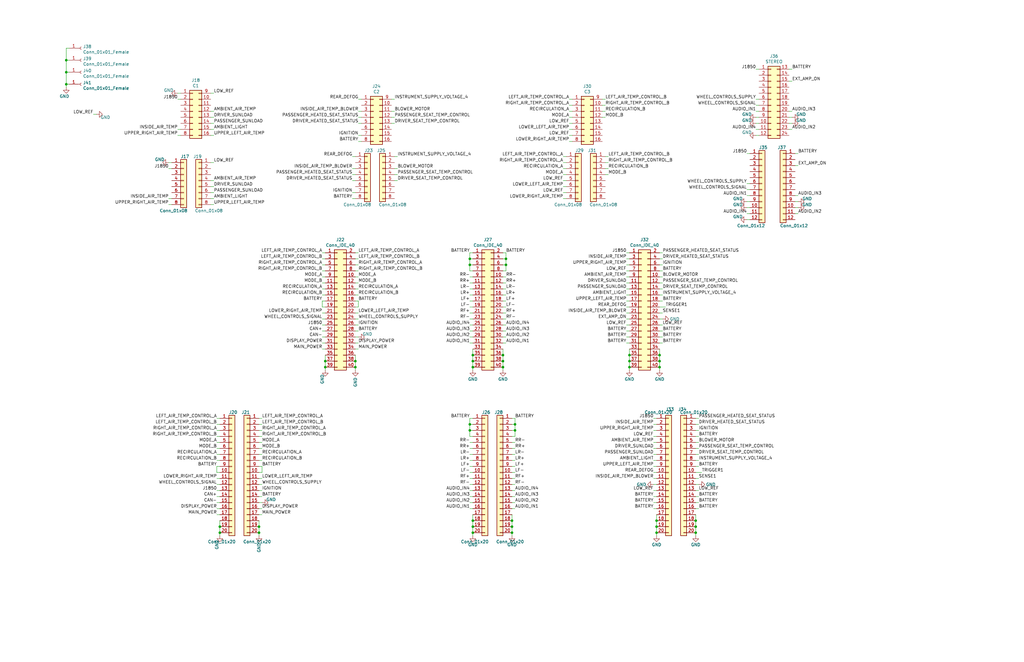
<source format=kicad_sch>
(kicad_sch (version 20211123) (generator eeschema)
  (paper "B")
  (junction (at 92.71 222.25))
  (junction (at 217.17 181.61))
  (junction (at 278.13 154.94))
  (junction (at 276.86 224.79))
  (junction (at 212.09 152.4))
  (junction (at 199.39 154.94))
  (junction (at 265.43 154.94))
  (junction (at 27.94 35.56))
  (junction (at 213.36 109.22))
  (junction (at 217.17 179.07))
  (junction (at 198.12 179.07))
  (junction (at 27.94 25.4))
  (junction (at 198.12 181.61))
  (junction (at 199.39 222.25))
  (junction (at 293.37 224.79))
  (junction (at 199.39 219.71))
  (junction (at 27.94 30.48))
  (junction (at 293.37 222.25))
  (junction (at 92.71 224.79))
  (junction (at 276.86 219.71))
  (junction (at 199.39 152.4))
  (junction (at 199.39 149.86))
  (junction (at 265.43 149.86))
  (junction (at 278.13 149.86))
  (junction (at 215.9 222.25))
  (junction (at 199.39 224.79))
  (junction (at 109.22 224.79))
  (junction (at 149.86 152.4))
  (junction (at 215.9 219.71))
  (junction (at 293.37 219.71))
  (junction (at 109.22 222.25))
  (junction (at 215.9 224.79))
  (junction (at 265.43 152.4))
  (junction (at 212.09 154.94))
  (junction (at 276.86 222.25))
  (junction (at 149.86 154.94))
  (junction (at 198.12 111.76))
  (junction (at 278.13 152.4))
  (junction (at 137.16 152.4))
  (junction (at 137.16 154.94))
  (junction (at 212.09 149.86))
  (junction (at 213.36 111.76))
  (junction (at 198.12 109.22))
  (wire (pts (xy 336.55 69.85) (xy 335.28 69.85)))
  (wire (pts (xy 217.17 201.93) (xy 215.9 201.93)))
  (wire (pts (xy 320.04 57.15) (xy 318.77 57.15)))
  (wire (pts (xy 110.49 199.39) (xy 109.22 199.39)))
  (wire (pts (xy 213.36 111.76) (xy 213.36 109.22)))
  (wire (pts (xy 213.36 119.38) (xy 212.09 119.38)))
  (wire (pts (xy 198.12 186.69) (xy 199.39 186.69)))
  (wire (pts (xy 320.04 49.53) (xy 318.77 49.53)))
  (wire (pts (xy 90.17 86.36) (xy 88.9 86.36)))
  (wire (pts (xy 264.16 134.62) (xy 265.43 134.62)))
  (wire (pts (xy 198.12 142.24) (xy 199.39 142.24)))
  (wire (pts (xy 109.22 189.23) (xy 110.49 189.23)))
  (wire (pts (xy 212.09 149.86) (xy 212.09 152.4)))
  (wire (pts (xy 166.37 41.91) (xy 165.1 41.91)))
  (wire (pts (xy 275.59 186.69) (xy 276.86 186.69)))
  (wire (pts (xy 199.39 154.94) (xy 199.39 156.21)))
  (wire (pts (xy 264.16 106.68) (xy 265.43 106.68)))
  (wire (pts (xy 71.12 71.12) (xy 72.39 71.12)))
  (wire (pts (xy 198.12 116.84) (xy 199.39 116.84)))
  (wire (pts (xy 149.86 154.94) (xy 149.86 156.21)))
  (wire (pts (xy 217.17 186.69) (xy 215.9 186.69)))
  (wire (pts (xy 110.49 181.61) (xy 109.22 181.61)))
  (wire (pts (xy 199.39 147.32) (xy 199.39 149.86)))
  (wire (pts (xy 135.89 144.78) (xy 137.16 144.78)))
  (wire (pts (xy 264.16 129.54) (xy 265.43 129.54)))
  (wire (pts (xy 275.59 207.01) (xy 276.86 207.01)))
  (wire (pts (xy 152.4 57.15) (xy 151.13 57.15)))
  (wire (pts (xy 279.4 124.46) (xy 278.13 124.46)))
  (wire (pts (xy 198.12 201.93) (xy 199.39 201.93)))
  (wire (pts (xy 91.44 199.39) (xy 91.44 196.85)))
  (wire (pts (xy 275.59 212.09) (xy 276.86 212.09)))
  (wire (pts (xy 336.55 90.17) (xy 335.28 90.17)))
  (wire (pts (xy 293.37 224.79) (xy 293.37 226.06)))
  (wire (pts (xy 90.17 46.99) (xy 88.9 46.99)))
  (wire (pts (xy 334.01 29.21) (xy 332.74 29.21)))
  (wire (pts (xy 217.17 184.15) (xy 217.17 181.61)))
  (wire (pts (xy 198.12 189.23) (xy 199.39 189.23)))
  (wire (pts (xy 135.89 134.62) (xy 137.16 134.62)))
  (wire (pts (xy 110.49 186.69) (xy 109.22 186.69)))
  (wire (pts (xy 198.12 111.76) (xy 198.12 109.22)))
  (wire (pts (xy 151.13 116.84) (xy 149.86 116.84)))
  (wire (pts (xy 151.13 127) (xy 149.86 127)))
  (wire (pts (xy 137.16 149.86) (xy 137.16 152.4)))
  (wire (pts (xy 198.12 181.61) (xy 198.12 179.07)))
  (wire (pts (xy 213.36 109.22) (xy 213.36 106.68)))
  (wire (pts (xy 110.49 191.77) (xy 109.22 191.77)))
  (wire (pts (xy 293.37 217.17) (xy 293.37 219.71)))
  (wire (pts (xy 212.09 152.4) (xy 212.09 154.94)))
  (wire (pts (xy 149.86 114.3) (xy 151.13 114.3)))
  (wire (pts (xy 237.49 66.04) (xy 238.76 66.04)))
  (wire (pts (xy 237.49 71.12) (xy 238.76 71.12)))
  (wire (pts (xy 264.16 121.92) (xy 265.43 121.92)))
  (wire (pts (xy 279.4 139.7) (xy 278.13 139.7)))
  (wire (pts (xy 237.49 81.28) (xy 238.76 81.28)))
  (wire (pts (xy 151.13 49.53) (xy 152.4 49.53)))
  (wire (pts (xy 148.59 83.82) (xy 149.86 83.82)))
  (wire (pts (xy 336.55 82.55) (xy 335.28 82.55)))
  (wire (pts (xy 137.16 154.94) (xy 137.16 156.21)))
  (wire (pts (xy 318.77 54.61) (xy 320.04 54.61)))
  (wire (pts (xy 275.59 214.63) (xy 276.86 214.63)))
  (wire (pts (xy 71.12 83.82) (xy 72.39 83.82)))
  (wire (pts (xy 294.64 204.47) (xy 293.37 204.47)))
  (wire (pts (xy 198.12 137.16) (xy 199.39 137.16)))
  (wire (pts (xy 137.16 139.7) (xy 135.89 139.7)))
  (wire (pts (xy 217.17 189.23) (xy 215.9 189.23)))
  (wire (pts (xy 279.4 109.22) (xy 278.13 109.22)))
  (wire (pts (xy 135.89 121.92) (xy 137.16 121.92)))
  (wire (pts (xy 151.13 111.76) (xy 149.86 111.76)))
  (wire (pts (xy 110.49 214.63) (xy 109.22 214.63)))
  (wire (pts (xy 151.13 46.99) (xy 152.4 46.99)))
  (wire (pts (xy 217.17 204.47) (xy 215.9 204.47)))
  (wire (pts (xy 240.03 49.53) (xy 241.3 49.53)))
  (wire (pts (xy 294.64 201.93) (xy 293.37 201.93)))
  (wire (pts (xy 198.12 212.09) (xy 199.39 212.09)))
  (wire (pts (xy 135.89 116.84) (xy 137.16 116.84)))
  (wire (pts (xy 334.01 34.29) (xy 332.74 34.29)))
  (wire (pts (xy 215.9 224.79) (xy 215.9 226.06)))
  (wire (pts (xy 91.44 196.85) (xy 92.71 196.85)))
  (wire (pts (xy 109.22 209.55) (xy 110.49 209.55)))
  (wire (pts (xy 90.17 49.53) (xy 88.9 49.53)))
  (wire (pts (xy 109.22 184.15) (xy 110.49 184.15)))
  (wire (pts (xy 199.39 224.79) (xy 199.39 226.06)))
  (wire (pts (xy 167.64 71.12) (xy 166.37 71.12)))
  (wire (pts (xy 217.17 212.09) (xy 215.9 212.09)))
  (wire (pts (xy 276.86 222.25) (xy 276.86 224.79)))
  (wire (pts (xy 149.86 149.86) (xy 149.86 152.4)))
  (wire (pts (xy 71.12 68.58) (xy 72.39 68.58)))
  (wire (pts (xy 264.16 119.38) (xy 265.43 119.38)))
  (wire (pts (xy 237.49 68.58) (xy 238.76 68.58)))
  (wire (pts (xy 276.86 217.17) (xy 276.86 219.71)))
  (wire (pts (xy 278.13 111.76) (xy 279.4 111.76)))
  (wire (pts (xy 151.13 132.08) (xy 149.86 132.08)))
  (wire (pts (xy 198.12 179.07) (xy 199.39 179.07)))
  (wire (pts (xy 217.17 214.63) (xy 215.9 214.63)))
  (wire (pts (xy 151.13 59.69) (xy 152.4 59.69)))
  (wire (pts (xy 92.71 189.23) (xy 91.44 189.23)))
  (wire (pts (xy 217.17 179.07) (xy 215.9 179.07)))
  (wire (pts (xy 264.16 111.76) (xy 265.43 111.76)))
  (wire (pts (xy 241.3 59.69) (xy 240.03 59.69)))
  (wire (pts (xy 212.09 111.76) (xy 213.36 111.76)))
  (wire (pts (xy 294.64 176.53) (xy 293.37 176.53)))
  (wire (pts (xy 149.86 152.4) (xy 149.86 154.94)))
  (wire (pts (xy 240.03 41.91) (xy 241.3 41.91)))
  (wire (pts (xy 166.37 49.53) (xy 165.1 49.53)))
  (wire (pts (xy 264.16 127) (xy 265.43 127)))
  (wire (pts (xy 148.59 71.12) (xy 149.86 71.12)))
  (wire (pts (xy 90.17 68.58) (xy 88.9 68.58)))
  (wire (pts (xy 217.17 191.77) (xy 215.9 191.77)))
  (wire (pts (xy 91.44 186.69) (xy 92.71 186.69)))
  (wire (pts (xy 91.44 207.01) (xy 92.71 207.01)))
  (wire (pts (xy 264.16 132.08) (xy 265.43 132.08)))
  (wire (pts (xy 135.89 129.54) (xy 137.16 129.54)))
  (wire (pts (xy 217.17 207.01) (xy 215.9 207.01)))
  (wire (pts (xy 167.64 76.2) (xy 166.37 76.2)))
  (wire (pts (xy 264.16 114.3) (xy 265.43 114.3)))
  (wire (pts (xy 264.16 142.24) (xy 265.43 142.24)))
  (wire (pts (xy 213.36 139.7) (xy 212.09 139.7)))
  (wire (pts (xy 151.13 137.16) (xy 149.86 137.16)))
  (wire (pts (xy 135.89 111.76) (xy 137.16 111.76)))
  (wire (pts (xy 92.71 224.79) (xy 92.71 226.06)))
  (wire (pts (xy 294.64 191.77) (xy 293.37 191.77)))
  (wire (pts (xy 254 49.53) (xy 255.27 49.53)))
  (wire (pts (xy 265.43 147.32) (xy 265.43 149.86)))
  (wire (pts (xy 237.49 76.2) (xy 238.76 76.2)))
  (wire (pts (xy 294.64 179.07) (xy 293.37 179.07)))
  (wire (pts (xy 198.12 207.01) (xy 199.39 207.01)))
  (wire (pts (xy 92.71 219.71) (xy 92.71 222.25)))
  (wire (pts (xy 294.64 214.63) (xy 293.37 214.63)))
  (wire (pts (xy 217.17 196.85) (xy 215.9 196.85)))
  (wire (pts (xy 149.86 139.7) (xy 151.13 139.7)))
  (wire (pts (xy 217.17 199.39) (xy 215.9 199.39)))
  (wire (pts (xy 137.16 132.08) (xy 135.89 132.08)))
  (wire (pts (xy 91.44 217.17) (xy 92.71 217.17)))
  (wire (pts (xy 148.59 76.2) (xy 149.86 76.2)))
  (wire (pts (xy 199.39 222.25) (xy 199.39 224.79)))
  (wire (pts (xy 199.39 111.76) (xy 198.12 111.76)))
  (wire (pts (xy 149.86 81.28) (xy 148.59 81.28)))
  (wire (pts (xy 137.16 124.46) (xy 135.89 124.46)))
  (wire (pts (xy 293.37 181.61) (xy 294.64 181.61)))
  (wire (pts (xy 110.49 212.09) (xy 109.22 212.09)))
  (wire (pts (xy 199.39 152.4) (xy 199.39 154.94)))
  (wire (pts (xy 198.12 114.3) (xy 199.39 114.3)))
  (wire (pts (xy 109.22 194.31) (xy 110.49 194.31)))
  (wire (pts (xy 198.12 124.46) (xy 199.39 124.46)))
  (wire (pts (xy 335.28 87.63) (xy 336.55 87.63)))
  (wire (pts (xy 151.13 106.68) (xy 149.86 106.68)))
  (wire (pts (xy 198.12 127) (xy 199.39 127)))
  (wire (pts (xy 27.94 30.48) (xy 27.94 35.56)))
  (wire (pts (xy 320.04 52.07) (xy 318.77 52.07)))
  (wire (pts (xy 264.16 139.7) (xy 265.43 139.7)))
  (wire (pts (xy 92.71 194.31) (xy 91.44 194.31)))
  (wire (pts (xy 213.36 144.78) (xy 212.09 144.78)))
  (wire (pts (xy 151.13 129.54) (xy 151.13 127)))
  (wire (pts (xy 91.44 191.77) (xy 92.71 191.77)))
  (wire (pts (xy 29.21 30.48) (xy 27.94 30.48)))
  (wire (pts (xy 199.39 181.61) (xy 198.12 181.61)))
  (wire (pts (xy 110.49 201.93) (xy 109.22 201.93)))
  (wire (pts (xy 279.4 137.16) (xy 278.13 137.16)))
  (wire (pts (xy 314.96 90.17) (xy 316.23 90.17)))
  (wire (pts (xy 215.9 219.71) (xy 215.9 222.25)))
  (wire (pts (xy 212.09 114.3) (xy 213.36 114.3)))
  (wire (pts (xy 167.64 73.66) (xy 166.37 73.66)))
  (wire (pts (xy 238.76 83.82) (xy 237.49 83.82)))
  (wire (pts (xy 316.23 87.63) (xy 314.96 87.63)))
  (wire (pts (xy 91.44 176.53) (xy 92.71 176.53)))
  (wire (pts (xy 213.36 129.54) (xy 212.09 129.54)))
  (wire (pts (xy 279.4 106.68) (xy 278.13 106.68)))
  (wire (pts (xy 92.71 201.93) (xy 91.44 201.93)))
  (wire (pts (xy 135.89 137.16) (xy 137.16 137.16)))
  (wire (pts (xy 90.17 78.74) (xy 88.9 78.74)))
  (wire (pts (xy 137.16 119.38) (xy 135.89 119.38)))
  (wire (pts (xy 217.17 176.53) (xy 215.9 176.53)))
  (wire (pts (xy 151.13 147.32) (xy 149.86 147.32)))
  (wire (pts (xy 151.13 142.24) (xy 149.86 142.24)))
  (wire (pts (xy 240.03 44.45) (xy 241.3 44.45)))
  (wire (pts (xy 294.64 209.55) (xy 293.37 209.55)))
  (wire (pts (xy 167.64 66.04) (xy 166.37 66.04)))
  (wire (pts (xy 264.16 137.16) (xy 265.43 137.16)))
  (wire (pts (xy 240.03 46.99) (xy 241.3 46.99)))
  (wire (pts (xy 74.93 57.15) (xy 76.2 57.15)))
  (wire (pts (xy 213.36 109.22) (xy 212.09 109.22)))
  (wire (pts (xy 198.12 144.78) (xy 199.39 144.78)))
  (wire (pts (xy 151.13 134.62) (xy 149.86 134.62)))
  (wire (pts (xy 74.93 39.37) (xy 76.2 39.37)))
  (wire (pts (xy 91.44 181.61) (xy 92.71 181.61)))
  (wire (pts (xy 151.13 121.92) (xy 149.86 121.92)))
  (wire (pts (xy 294.64 212.09) (xy 293.37 212.09)))
  (wire (pts (xy 275.59 199.39) (xy 276.86 199.39)))
  (wire (pts (xy 278.13 147.32) (xy 278.13 149.86)))
  (wire (pts (xy 254 46.99) (xy 255.27 46.99)))
  (wire (pts (xy 275.59 204.47) (xy 276.86 204.47)))
  (wire (pts (xy 135.89 106.68) (xy 137.16 106.68)))
  (wire (pts (xy 199.39 217.17) (xy 199.39 219.71)))
  (wire (pts (xy 240.03 54.61) (xy 241.3 54.61)))
  (wire (pts (xy 71.12 86.36) (xy 72.39 86.36)))
  (wire (pts (xy 213.36 121.92) (xy 212.09 121.92)))
  (wire (pts (xy 29.21 25.4) (xy 27.94 25.4)))
  (wire (pts (xy 314.96 64.77) (xy 316.23 64.77)))
  (wire (pts (xy 254 41.91) (xy 255.27 41.91)))
  (wire (pts (xy 27.94 25.4) (xy 27.94 30.48)))
  (wire (pts (xy 198.12 179.07) (xy 198.12 176.53)))
  (wire (pts (xy 135.89 147.32) (xy 137.16 147.32)))
  (wire (pts (xy 149.86 124.46) (xy 151.13 124.46)))
  (wire (pts (xy 332.74 52.07) (xy 334.01 52.07)))
  (wire (pts (xy 334.01 54.61) (xy 332.74 54.61)))
  (wire (pts (xy 198.12 129.54) (xy 199.39 129.54)))
  (wire (pts (xy 198.12 106.68) (xy 199.39 106.68)))
  (wire (pts (xy 198.12 181.61) (xy 198.12 184.15)))
  (wire (pts (xy 109.22 222.25) (xy 109.22 224.79)))
  (wire (pts (xy 264.16 144.78) (xy 265.43 144.78)))
  (wire (pts (xy 109.22 224.79) (xy 109.22 226.06)))
  (wire (pts (xy 336.55 64.77) (xy 335.28 64.77)))
  (wire (pts (xy 278.13 154.94) (xy 278.13 156.21)))
  (wire (pts (xy 278.13 149.86) (xy 278.13 152.4)))
  (wire (pts (xy 91.44 204.47) (xy 92.71 204.47)))
  (wire (pts (xy 92.71 212.09) (xy 91.44 212.09)))
  (wire (pts (xy 92.71 179.07) (xy 91.44 179.07)))
  (wire (pts (xy 275.59 189.23) (xy 276.86 189.23)))
  (wire (pts (xy 110.49 176.53) (xy 109.22 176.53)))
  (wire (pts (xy 199.39 149.86) (xy 199.39 152.4)))
  (wire (pts (xy 294.64 196.85) (xy 293.37 196.85)))
  (wire (pts (xy 279.4 127) (xy 278.13 127)))
  (wire (pts (xy 275.59 196.85) (xy 276.86 196.85)))
  (wire (pts (xy 265.43 154.94) (xy 265.43 156.21)))
  (wire (pts (xy 166.37 52.07) (xy 165.1 52.07)))
  (wire (pts (xy 316.23 85.09) (xy 314.96 85.09)))
  (wire (pts (xy 90.17 76.2) (xy 88.9 76.2)))
  (wire (pts (xy 90.17 83.82) (xy 88.9 83.82)))
  (wire (pts (xy 237.49 73.66) (xy 238.76 73.66)))
  (wire (pts (xy 166.37 46.99) (xy 165.1 46.99)))
  (wire (pts (xy 198.12 209.55) (xy 199.39 209.55)))
  (wire (pts (xy 279.4 134.62) (xy 278.13 134.62)))
  (wire (pts (xy 215.9 181.61) (xy 217.17 181.61)))
  (wire (pts (xy 198.12 121.92) (xy 199.39 121.92)))
  (wire (pts (xy 318.77 29.21) (xy 320.04 29.21)))
  (wire (pts (xy 27.94 36.83) (xy 27.94 35.56)))
  (wire (pts (xy 213.36 142.24) (xy 212.09 142.24)))
  (wire (pts (xy 279.4 144.78) (xy 278.13 144.78)))
  (wire (pts (xy 198.12 184.15) (xy 199.39 184.15)))
  (wire (pts (xy 255.27 71.12) (xy 256.54 71.12)))
  (wire (pts (xy 110.49 196.85) (xy 109.22 196.85)))
  (wire (pts (xy 280.67 129.54) (xy 278.13 129.54)))
  (wire (pts (xy 137.16 142.24) (xy 135.89 142.24)))
  (wire (pts (xy 293.37 222.25) (xy 293.37 224.79)))
  (wire (pts (xy 265.43 149.86) (xy 265.43 152.4)))
  (wire (pts (xy 275.59 201.93) (xy 276.86 201.93)))
  (wire (pts (xy 151.13 41.91) (xy 152.4 41.91)))
  (wire (pts (xy 295.91 199.39) (xy 293.37 199.39)))
  (wire (pts (xy 198.12 109.22) (xy 199.39 109.22)))
  (wire (pts (xy 198.12 196.85) (xy 199.39 196.85)))
  (wire (pts (xy 215.9 217.17) (xy 215.9 219.71)))
  (wire (pts (xy 90.17 52.07) (xy 88.9 52.07)))
  (wire (pts (xy 148.59 66.04) (xy 149.86 66.04)))
  (wire (pts (xy 215.9 222.25) (xy 215.9 224.79)))
  (wire (pts (xy 278.13 152.4) (xy 278.13 154.94)))
  (wire (pts (xy 314.96 80.01) (xy 316.23 80.01)))
  (wire (pts (xy 276.86 219.71) (xy 276.86 222.25)))
  (wire (pts (xy 293.37 219.71) (xy 293.37 222.25)))
  (wire (pts (xy 240.03 52.07) (xy 241.3 52.07)))
  (wire (pts (xy 279.4 121.92) (xy 278.13 121.92)))
  (wire (pts (xy 213.36 132.08) (xy 212.09 132.08)))
  (wire (pts (xy 90.17 39.37) (xy 88.9 39.37)))
  (wire (pts (xy 198.12 111.76) (xy 198.12 114.3)))
  (wire (pts (xy 332.74 49.53) (xy 334.01 49.53)))
  (wire (pts (xy 279.4 142.24) (xy 278.13 142.24)))
  (wire (pts (xy 217.17 179.07) (xy 217.17 176.53)))
  (wire (pts (xy 135.89 129.54) (xy 135.89 127)))
  (wire (pts (xy 213.36 137.16) (xy 212.09 137.16)))
  (wire (pts (xy 198.12 199.39) (xy 199.39 199.39)))
  (wire (pts (xy 275.59 179.07) (xy 276.86 179.07)))
  (wire (pts (xy 217.17 209.55) (xy 215.9 209.55)))
  (wire (pts (xy 335.28 85.09) (xy 336.55 85.09)))
  (wire (pts (xy 237.49 78.74) (xy 238.76 78.74)))
  (wire (pts (xy 275.59 184.15) (xy 276.86 184.15)))
  (wire (pts (xy 198.12 204.47) (xy 199.39 204.47)))
  (wire (pts (xy 198.12 139.7) (xy 199.39 139.7)))
  (wire (pts (xy 318.77 41.91) (xy 320.04 41.91)))
  (wire (pts (xy 275.59 209.55) (xy 276.86 209.55)))
  (wire (pts (xy 255.27 68.58) (xy 256.54 68.58)))
  (wire (pts (xy 318.77 44.45) (xy 320.04 44.45)))
  (wire (pts (xy 294.64 186.69) (xy 293.37 186.69)))
  (wire (pts (xy 279.4 116.84) (xy 278.13 116.84)))
  (wire (pts (xy 151.13 129.54) (xy 149.86 129.54)))
  (wire (pts (xy 275.59 176.53) (xy 276.86 176.53)))
  (wire (pts (xy 318.77 46.99) (xy 320.04 46.99)))
  (wire (pts (xy 110.49 217.17) (xy 109.22 217.17)))
  (wire (pts (xy 213.36 124.46) (xy 212.09 124.46)))
  (wire (pts (xy 215.9 184.15) (xy 217.17 184.15)))
  (wire (pts (xy 90.17 57.15) (xy 88.9 57.15)))
  (wire (pts (xy 275.59 194.31) (xy 276.86 194.31)))
  (wire (pts (xy 334.01 46.99) (xy 332.74 46.99)))
  (wire (pts (xy 91.44 214.63) (xy 92.71 214.63)))
  (wire (pts (xy 198.12 194.31) (xy 199.39 194.31)))
  (wire (pts (xy 279.4 132.08) (xy 278.13 132.08)))
  (wire (pts (xy 137.16 114.3) (xy 135.89 114.3)))
  (wire (pts (xy 212.09 147.32) (xy 212.09 149.86)))
  (wire (pts (xy 198.12 214.63) (xy 199.39 214.63)))
  (wire (pts (xy 151.13 144.78) (xy 149.86 144.78)))
  (wire (pts (xy 91.44 199.39) (xy 92.71 199.39)))
  (wire (pts (xy 92.71 222.25) (xy 92.71 224.79)))
  (wire (pts (xy 137.16 109.22) (xy 135.89 109.22)))
  (wire (pts (xy 264.16 116.84) (xy 265.43 116.84)))
  (wire (pts (xy 92.71 209.55) (xy 91.44 209.55)))
  (wire (pts (xy 279.4 119.38) (xy 278.13 119.38)))
  (wire (pts (xy 213.36 106.68) (xy 212.09 106.68)))
  (wire (pts (xy 265.43 152.4) (xy 265.43 154.94)))
  (wire (pts (xy 27.94 20.32) (xy 27.94 25.4)))
  (wire (pts (xy 40.64 48.26) (xy 39.37 48.26)))
  (wire (pts (xy 137.16 152.4) (xy 137.16 154.94)))
  (wire (pts (xy 199.39 219.71) (xy 199.39 222.25)))
  (wire (pts (xy 217.17 194.31) (xy 215.9 194.31)))
  (wire (pts (xy 213.36 114.3) (xy 213.36 111.76)))
  (wire (pts (xy 213.36 127) (xy 212.09 127)))
  (wire (pts (xy 109.22 219.71) (xy 109.22 222.25)))
  (wire (pts (xy 212.09 154.94) (xy 212.09 156.21)))
  (wire (pts (xy 316.23 92.71) (xy 314.96 92.71)))
  (wire (pts (xy 110.49 199.39) (xy 110.49 196.85)))
  (wire (pts (xy 264.16 124.46) (xy 265.43 124.46)))
  (wire (pts (xy 294.64 189.23) (xy 293.37 189.23)))
  (wire (pts (xy 275.59 181.61) (xy 276.86 181.61)))
  (wire (pts (xy 198.12 191.77) (xy 199.39 191.77)))
  (wire (pts (xy 198.12 119.38) (xy 199.39 119.38)))
  (wire (pts (xy 275.59 191.77) (xy 276.86 191.77)))
  (wire (pts (xy 198.12 134.62) (xy 199.39 134.62)))
  (wire (pts (xy 148.59 73.66) (xy 149.86 73.66)))
  (wire (pts (xy 276.86 224.79) (xy 276.86 226.06)))
  (wire (pts (xy 109.22 179.07) (xy 110.49 179.07)))
  (wire (pts (xy 240.03 57.15) (xy 241.3 57.15)))
  (wire (pts (xy 110.49 207.01) (xy 109.22 207.01)))
  (wire (pts (xy 213.36 134.62) (xy 212.09 134.62)))
  (wire (pts (xy 314.96 82.55) (xy 316.23 82.55)))
  (wire (pts (xy 198.12 176.53) (xy 199.39 176.53)))
  (wire (pts (xy 264.16 109.22) (xy 265.43 109.22)))
  (wire (pts (xy 217.17 181.61) (xy 217.17 179.07)))
  (wire (pts (xy 29.21 20.32) (xy 27.94 20.32)))
  (wire (pts (xy 255.27 73.66) (xy 256.54 73.66)))
  (wire (pts (xy 314.96 77.47) (xy 316.23 77.47)))
  (wire (pts (xy 90.17 81.28) (xy 88.9 81.28)))
  (wire (pts (xy 110.49 204.47) (xy 109.22 204.47)))
  (wire (pts (xy 255.27 66.04) (xy 256.54 66.04)))
  (wire (pts (xy 92.71 184.15) (xy 91.44 184.15)))
  (wire (pts (xy 294.64 194.31) (xy 293.37 194.31)))
  (wire (pts (xy 27.94 35.56) (xy 29.21 35.56)))
  (wire (pts (xy 74.93 41.91) (xy 76.2 41.91)))
  (wire (pts (xy 74.93 54.61) (xy 76.2 54.61)))
  (wire (pts (xy 279.4 114.3) (xy 278.13 114.3)))
  (wire (pts (xy 294.64 207.01) (xy 293.37 207.01)))
  (wire (pts (xy 213.36 116.84) (xy 212.09 116.84)))
  (wire (pts (xy 151.13 52.07) (xy 152.4 52.07)))
  (wire (pts (xy 198.12 109.22) (xy 198.12 106.68)))
  (wire (pts (xy 198.12 132.08) (xy 199.39 132.08)))
  (wire (pts (xy 135.89 127) (xy 137.16 127)))
  (wire (pts (xy 254 44.45) (xy 255.27 44.45)))
  (wire (pts (xy 149.86 119.38) (xy 151.13 119.38)))
  (wire (pts (xy 149.86 109.22) (xy 151.13 109.22)))
  (wire (pts (xy 90.17 54.61) (xy 88.9 54.61)))
  (wire (pts (xy 294.64 184.15) (xy 293.37 184.15)))
  (label "LOW_REF" (at 90.17 39.37 0))
  (label "RIGHT_AIR_TEMP_CONTROL_B" (at 255.27 44.45 0))
  (label "IGNITION" (at 151.13 57.15 180))
  (label "LR-" (at 213.36 121.92 0))
  (label "RECIRCULATION_A" (at 237.49 71.12 180))
  (label "INSTRUMENT_SUPPLY_VOLTAGE_4" (at 294.64 194.31 0))
  (label "MODE_B" (at 91.44 189.23 180))
  (label "MODE_B" (at 110.49 189.23 0))
  (label "AMBIENT_AIR_TEMP" (at 90.17 46.99 0))
  (label "RR+" (at 213.36 119.38 0))
  (label "RF+" (at 213.36 132.08 0))
  (label "LF+" (at 213.36 127 0))
  (label "LOW_REF" (at 275.59 184.15 180))
  (label "DRIVER_HEATED_SEAT_STATUS" (at 148.59 76.2 180))
  (label "LOW_REF" (at 237.49 76.2 180))
  (label "LF-" (at 198.12 199.39 180))
  (label "LOW_REF" (at 275.59 207.01 180))
  (label "UPPER_RIGHT_AIR_TEMP" (at 275.59 181.61 180))
  (label "LOW_REF" (at 237.49 81.28 180))
  (label "BATTERY" (at 279.4 144.78 0))
  (label "DRIVER_HEATED_SEAT_STATUS" (at 279.4 109.22 0))
  (label "UPPER_LEFT_AIR_TEMP" (at 264.16 127 180))
  (label "INSTRUMENT_SUPPLY_VOLTAGE_4" (at 166.37 41.91 0))
  (label "BATTERY" (at 279.4 142.24 0))
  (label "AUDIO_IN1" (at 318.77 46.99 180))
  (label "MODE_B" (at 151.13 119.38 0))
  (label "PASSENGER_HEATED_SEAT_STATUS" (at 294.64 176.53 0))
  (label "AMBIENT_LIGHT" (at 264.16 124.46 180))
  (label "RF+" (at 198.12 132.08 180))
  (label "AUDIO_IN2" (at 213.36 142.24 0))
  (label "AUDIO_IN4" (at 198.12 137.16 180))
  (label "RR+" (at 217.17 189.23 0))
  (label "BATTERY" (at 279.4 114.3 0))
  (label "J1850" (at 91.44 207.01 180))
  (label "UPPER_RIGHT_AIR_TEMP" (at 264.16 111.76 180))
  (label "UPPER_RIGHT_AIR_TEMP" (at 71.12 86.36 180))
  (label "RECIRCULATION_B" (at 135.89 124.46 180))
  (label "RIGHT_AIR_TEMP_CONTROL_B" (at 91.44 184.15 180))
  (label "LOW_REF" (at 279.4 137.16 0))
  (label "AMBIENT_LIGHT" (at 90.17 83.82 0))
  (label "LEFT_AIR_TEMP_CONTROL_A" (at 135.89 106.68 180))
  (label "MODE_A" (at 135.89 116.84 180))
  (label "BATTERY" (at 279.4 139.7 0))
  (label "LOWER_LEFT_AIR_TEMP" (at 110.49 201.93 0))
  (label "CAN+" (at 135.89 139.7 180))
  (label "MODE_B" (at 135.89 119.38 180))
  (label "AUDIO_IN2" (at 198.12 142.24 180))
  (label "LEFT_AIR_TEMP_CONTROL_B" (at 255.27 41.91 0))
  (label "INSIDE_AIR_TEMP" (at 275.59 179.07 180))
  (label "AMBIENT_LIGHT" (at 275.59 194.31 180))
  (label "BATTERY" (at 336.55 64.77 0))
  (label "AMBIENT_AIR_TEMP" (at 275.59 186.69 180))
  (label "LEFT_AIR_TEMP_CONTROL_A" (at 240.03 41.91 180))
  (label "RR+" (at 198.12 119.38 180))
  (label "DRIVER_SUNLOAD" (at 264.16 119.38 180))
  (label "RF+" (at 217.17 201.93 0))
  (label "EXT_AMP_ON" (at 334.01 34.29 0))
  (label "AUDIO_IN1" (at 198.12 214.63 180))
  (label "UPPER_LEFT_AIR_TEMP" (at 275.59 196.85 180))
  (label "RIGHT_AIR_TEMP_CONTROL_A" (at 91.44 181.61 180))
  (label "LF-" (at 198.12 129.54 180))
  (label "RECIRCULATION_A" (at 151.13 121.92 0))
  (label "AMBIENT_AIR_TEMP" (at 90.17 76.2 0))
  (label "LF+" (at 198.12 127 180))
  (label "RIGHT_AIR_TEMP_CONTROL_B" (at 151.13 114.3 0))
  (label "BLOWER_MOTOR" (at 166.37 46.99 0))
  (label "PASSENGER_SUNLOAD" (at 90.17 52.07 0))
  (label "J1850" (at 264.16 106.68 180))
  (label "AUDIO_IN3" (at 198.12 209.55 180))
  (label "INSIDE_AIR_TEMP_BLOWER" (at 151.13 46.99 180))
  (label "REAR_DEFOG" (at 264.16 129.54 180))
  (label "INSIDE_AIR_TEMP_BLOWER" (at 148.59 71.12 180))
  (label "DISPLAY_POWER" (at 91.44 214.63 180))
  (label "RR-" (at 198.12 116.84 180))
  (label "UPPER_LEFT_AIR_TEMP" (at 90.17 86.36 0))
  (label "BATTERY" (at 110.49 209.55 0))
  (label "BATTERY" (at 264.16 139.7 180))
  (label "J1850" (at 74.93 41.91 180))
  (label "PASSENGER_SEAT_TEMP_CONTROL" (at 279.4 119.38 0))
  (label "RIGHT_AIR_TEMP_CONTROL_B" (at 135.89 114.3 180))
  (label "AUDIO_IN1" (at 314.96 82.55 180))
  (label "J1850" (at 71.12 71.12 180))
  (label "EXT_AMP_ON" (at 264.16 134.62 180))
  (label "WHEEL_CONTROLS_SUPPLY" (at 151.13 134.62 0))
  (label "AUDIO_IN4" (at 318.77 54.61 180))
  (label "AUDIO_IN4" (at 217.17 207.01 0))
  (label "INSIDE_AIR_TEMP_BLOWER" (at 275.59 201.93 180))
  (label "PASSENGER_SEAT_TEMP_CONTROL" (at 294.64 189.23 0))
  (label "CAN+" (at 91.44 209.55 180))
  (label "LF+" (at 217.17 196.85 0))
  (label "LOW_REF" (at 240.03 52.07 180))
  (label "RECIRCULATION_A" (at 91.44 191.77 180))
  (label "DRIVER_SEAT_TEMP_CONTROL" (at 279.4 121.92 0))
  (label "BATTERY" (at 275.59 209.55 180))
  (label "AUDIO_IN4" (at 213.36 137.16 0))
  (label "INSIDE_AIR_TEMP" (at 264.16 109.22 180))
  (label "INSTRUMENT_SUPPLY_VOLTAGE_4" (at 167.64 66.04 0))
  (label "LR+" (at 217.17 194.31 0))
  (label "RIGHT_AIR_TEMP_CONTROL_A" (at 151.13 111.76 0))
  (label "BATTERY" (at 294.64 209.55 0))
  (label "RR-" (at 217.17 186.69 0))
  (label "AUDIO_IN4" (at 314.96 90.17 180))
  (label "BATTERY" (at 294.64 184.15 0))
  (label "DRIVER_SUNLOAD" (at 90.17 78.74 0))
  (label "RECIRCULATION_B" (at 255.27 46.99 0))
  (label "LOW_REF" (at 294.64 207.01 0))
  (label "CAN-" (at 91.44 212.09 180))
  (label "J1850" (at 314.96 64.77 180))
  (label "TRIGGER1" (at 280.67 129.54 0))
  (label "LR+" (at 198.12 194.31 180))
  (label "WHEEL_CONTROLS_SUPPLY" (at 314.96 77.47 180))
  (label "MAIN_POWER" (at 91.44 217.17 180))
  (label "AUDIO_IN3" (at 334.01 46.99 0))
  (label "MODE_A" (at 151.13 116.84 0))
  (label "BLOWER_MOTOR" (at 294.64 186.69 0))
  (label "J1850" (at 275.59 176.53 180))
  (label "LR+" (at 198.12 124.46 180))
  (label "LEFT_AIR_TEMP_CONTROL_A" (at 151.13 106.68 0))
  (label "LOWER_RIGHT_AIR_TEMP" (at 240.03 59.69 180))
  (label "AMBIENT_LIGHT" (at 90.17 54.61 0))
  (label "IGNITION" (at 294.64 181.61 0))
  (label "MODE_B" (at 255.27 49.53 0))
  (label "LEFT_AIR_TEMP_CONTROL_B" (at 256.54 66.04 0))
  (label "AUDIO_IN4" (at 198.12 207.01 180))
  (label "BATTERY" (at 91.44 196.85 180))
  (label "BATTERY" (at 334.01 29.21 0))
  (label "LEFT_AIR_TEMP_CONTROL_B" (at 91.44 179.07 180))
  (label "RF-" (at 213.36 134.62 0))
  (label "BATTERY" (at 294.64 196.85 0))
  (label "LF+" (at 198.12 196.85 180))
  (label "LOW_REF" (at 90.17 68.58 0))
  (label "INSIDE_AIR_TEMP" (at 74.93 54.61 180))
  (label "DISPLAY_POWER" (at 135.89 144.78 180))
  (label "RF+" (at 198.12 201.93 180))
  (label "DRIVER_SEAT_TEMP_CONTROL" (at 167.64 76.2 0))
  (label "MAIN_POWER" (at 110.49 217.17 0))
  (label "AUDIO_IN1" (at 217.17 214.63 0))
  (label "LR-" (at 217.17 191.77 0))
  (label "LOWER_RIGHT_AIR_TEMP" (at 135.89 132.08 180))
  (label "LR-" (at 198.12 121.92 180))
  (label "MODE_A" (at 237.49 73.66 180))
  (label "DRIVER_HEATED_SEAT_STATUS" (at 294.64 179.07 0))
  (label "AUDIO_IN3" (at 336.55 82.55 0))
  (label "RECIRCULATION_A" (at 110.49 191.77 0))
  (label "AUDIO_IN3" (at 213.36 139.7 0))
  (label "DISPLAY_POWER" (at 151.13 144.78 0))
  (label "DISPLAY_POWER" (at 110.49 214.63 0))
  (label "DRIVER_HEATED_SEAT_STATUS" (at 151.13 52.07 180))
  (label "INSIDE_AIR_TEMP" (at 71.12 83.82 180))
  (label "LR-" (at 198.12 191.77 180))
  (label "LF-" (at 217.17 199.39 0))
  (label "BATTERY" (at 151.13 59.69 180))
  (label "BATTERY" (at 135.89 127 180))
  (label "AUDIO_IN2" (at 198.12 212.09 180))
  (label "AUDIO_IN1" (at 213.36 144.78 0))
  (label "RF-" (at 198.12 204.47 180))
  (label "IGNITION" (at 279.4 111.76 0))
  (label "LOWER_LEFT_AIR_TEMP" (at 151.13 132.08 0))
  (label "DRIVER_SUNLOAD" (at 90.17 49.53 0))
  (label "BATTERY" (at 275.59 212.09 180))
  (label "CAN-" (at 135.89 142.24 180))
  (label "TRIGGER1" (at 295.91 199.39 0))
  (label "REAR_DEFOG" (at 275.59 199.39 180))
  (label "LOWER_RIGHT_AIR_TEMP" (at 237.49 83.82 180))
  (label "PASSENGER_HEATED_SEAT_STATUS" (at 151.13 49.53 180))
  (label "PASSENGER_SEAT_TEMP_CONTROL" (at 166.37 49.53 0))
  (label "RF-" (at 217.17 204.47 0))
  (label "LOWER_LEFT_AIR_TEMP" (at 237.49 78.74 180))
  (label "BATTERY" (at 294.64 212.09 0))
  (label "AMBIENT_AIR_TEMP" (at 264.16 116.84 180))
  (label "BATTERY" (at 275.59 214.63 180))
  (label "BATTERY" (at 198.12 176.53 180))
  (label "BATTERY" (at 148.59 83.82 180))
  (label "BATTERY" (at 264.16 144.78 180))
  (label "BATTERY" (at 198.12 106.68 180))
  (label "RECIRCULATION_B" (at 256.54 71.12 0))
  (label "J1850" (at 318.77 29.21 180))
  (label "DRIVER_SUNLOAD" (at 275.59 189.23 180))
  (label "AUDIO_IN2" (at 217.17 212.09 0))
  (label "LOW_REF" (at 264.16 137.16 180))
  (label "BATTERY" (at 279.4 127 0))
  (label "WHEEL_CONTROLS_SIGNAL" (at 318.77 44.45 180))
  (label "RR+" (at 198.12 189.23 180))
  (label "PASSENGER_HEATED_SEAT_STATUS" (at 148.59 73.66 180))
  (label "UPPER_LEFT_AIR_TEMP" (at 90.17 57.15 0))
  (label "AUDIO_IN2" (at 336.55 90.17 0))
  (label "DRIVER_SEAT_TEMP_CONTROL" (at 294.64 191.77 0))
  (label "WHEEL_CONTROLS_SIGNAL" (at 135.89 134.62 180))
  (label "RIGHT_AIR_TEMP_CONTROL_B" (at 256.54 68.58 0))
  (label "WHEEL_CONTROLS_SIGNAL" (at 91.44 204.47 180))
  (label "REAR_DEFOG" (at 151.13 41.91 180))
  (label "BATTERY" (at 110.49 196.85 0))
  (label "PASSENGER_HEATED_SEAT_STATUS" (at 279.4 106.68 0))
  (label "MODE_A" (at 91.44 186.69 180))
  (label "IGNITION" (at 148.59 81.28 180))
  (label "PASSENGER_SUNLOAD" (at 264.16 121.92 180))
  (label "BATTERY" (at 294.64 214.63 0))
  (label "AUDIO_IN1" (at 198.12 144.78 180))
  (label "LOW_REF" (at 240.03 57.15 180))
  (label "BLOWER_MOTOR" (at 279.4 116.84 0))
  (label "DRIVER_SEAT_TEMP_CONTROL" (at 166.37 52.07 0))
  (label "LOW_REF" (at 264.16 114.3 180))
  (label "PASSENGER_SEAT_TEMP_CONTROL" (at 167.64 73.66 0))
  (label "EXT_AMP_ON" (at 336.55 69.85 0))
  (label "RECIRCULATION_A" (at 240.03 46.99 180))
  (label "J1850" (at 135.89 137.16 180))
  (label "PASSENGER_SUNLOAD" (at 90.17 81.28 0))
  (label "RR-" (at 198.12 186.69 180))
  (label "RIGHT_AIR_TEMP_CONTROL_A" (at 135.89 111.76 180))
  (label "RF-" (at 198.12 134.62 180))
  (label "BATTERY" (at 213.36 106.68 0))
  (label "BATTERY" (at 217.17 176.53 0))
  (label "RR-" (at 213.36 116.84 0))
  (label "LR+" (at 213.36 124.46 0))
  (label "SENSE1" (at 279.4 132.08 0))
  (label "LOWER_RIGHT_AIR_TEMP" (at 91.44 201.93 180))
  (label "MODE_A" (at 240.03 49.53 180))
  (label "MAIN_POWER" (at 151.13 147.32 0))
  (label "AUDIO_IN2" (at 334.01 54.61 0))
  (label "REAR_DEFOG" (at 148.59 66.04 180))
  (label "LEFT_AIR_TEMP_CONTROL_B" (at 151.13 109.22 0))
  (label "INSTRUMENT_SUPPLY_VOLTAGE_4" (at 279.4 124.46 0))
  (label "MODE_A" (at 110.49 186.69 0))
  (label "LEFT_AIR_TEMP_CONTROL_A" (at 237.49 66.04 180))
  (label "RIGHT_AIR_TEMP_CONTROL_A" (at 237.49 68.58 180))
  (label "AUDIO_IN3" (at 198.12 139.7 180))
  (label "INSIDE_AIR_TEMP_BLOWER" (at 264.16 132.08 180))
  (label "PASSENGER_SUNLOAD" (at 275.59 191.77 180))
  (label "LEFT_AIR_TEMP_CONTROL_A" (at 110.49 176.53 0))
  (label "RECIRCULATION_B" (at 110.49 194.31 0))
  (label "SENSE1" (at 294.64 201.93 0))
  (label "LF-" (at 213.36 129.54 0))
  (label "UPPER_RIGHT_AIR_TEMP" (at 74.93 57.15 180))
  (label "MAIN_POWER" (at 135.89 147.32 180))
  (label "AUDIO_IN3" (at 217.17 209.55 0))
  (label "LEFT_AIR_TEMP_CONTROL_B" (at 135.89 109.22 180))
  (label "LOW_REF" (at 39.37 48.26 180))
  (label "RECIRCULATION_B" (at 151.13 124.46 0))
  (label "LOWER_LEFT_AIR_TEMP" (at 240.03 54.61 180))
  (label "BATTERY" (at 264.16 142.24 180))
  (label "BLOWER_MOTOR" (at 167.64 71.12 0))
  (label "MODE_B" (at 256.54 73.66 0))
  (label "BATTERY" (at 151.13 139.7 0))
  (label "IGNITION" (at 110.49 207.01 0))
  (label "RIGHT_AIR_TEMP_CONTROL_A" (at 240.03 44.45 180))
  (label "WHEEL_CONTROLS_SUPPLY" (at 318.77 41.91 180))
  (label "RECIRCULATION_B" (at 91.44 194.31 180))
  (label "RIGHT_AIR_TEMP_CONTROL_A" (at 110.49 181.61 0))
  (label "LEFT_AIR_TEMP_CONTROL_A" (at 91.44 176.53 180))
  (label "BATTERY" (at 151.13 127 0))
  (label "RECIRCULATION_A" (at 135.89 121.92 180))
  (label "WHEEL_CONTROLS_SIGNAL" (at 314.96 80.01 180))
  (label "WHEEL_CONTROLS_SUPPLY" (at 110.49 204.47 0))
  (label "IGNITION" (at 151.13 137.16 0))
  (label "RIGHT_AIR_TEMP_CONTROL_B" (at 110.49 184.15 0))
  (label "LEFT_AIR_TEMP_CONTROL_B" (at 110.49 179.07 0))
  (symbol (lib_id "Connector:Conn_01x01_Female") (at 34.29 20.32 0)
    (property "Reference" "J38" (at 35.0012 19.6596 0) (effects (justify left)))
    (property "Value" "Conn_01x01_Female" (at 35.0012 21.971 0) (effects (justify left)))
    (property "Footprint" "Open_Automation:Mount_Hole" (effects hide))
  )
  (symbol (lib_id "Connector:Conn_01x01_Female") (at 34.29 25.4 0)
    (property "Reference" "J39" (at 35.0012 24.7396 0) (effects (justify left)))
    (property "Value" "Conn_01x01_Female" (at 35.0012 27.051 0) (effects (justify left)))
    (property "Footprint" "Open_Automation:Mount_Hole" (effects hide))
  )
  (symbol (lib_id "Connector:Conn_01x01_Female") (at 34.29 30.48 0)
    (property "Reference" "J40" (at 35.0012 29.8196 0) (effects (justify left)))
    (property "Value" "Conn_01x01_Female" (at 35.0012 32.131 0) (effects (justify left)))
    (property "Footprint" "Open_Automation:Mount_Hole" (effects hide))
  )
  (symbol (lib_id "Connector:Conn_01x01_Female") (at 34.29 35.56 0)
    (property "Reference" "J41" (at 35.0012 34.8996 0) (effects (justify left)))
    (property "Value" "Conn_01x01_Female" (at 35.0012 37.211 0) (effects (justify left)))
    (property "Footprint" "Open_Automation:Mount_Hole" (effects hide))
  )
  (symbol (lib_id "power:GND") (at 27.94 36.83 0)
    (property "Reference" "#PWR0172" (effects hide))
    (property "Value" "GND" (at 29.21 40.64 0) (effects (justify right)))
  )
  (symbol (lib_id "open-dash-daughterboard-rescue:GND-power") (at 212.09 156.21 0)
    (property "Reference" "#PWR0122" (effects hide))
    (property "Value" "GND" (at 212.09 160.02 0))
  )
  (symbol (lib_id "open-dash-daughterboard-rescue:GND-power") (at 278.13 156.21 0)
    (property "Reference" "#PWR0123" (effects hide))
    (property "Value" "GND" (at 278.13 160.02 0))
  )
  (symbol (lib_id "open-dash-daughterboard-rescue:GND-open-automation") (at 149.86 156.21 0)
    (property "Reference" "#PWR0124" (effects hide))
    (property "Value" "GND" (at 149.86 161.29 90))
  )
  (symbol (lib_id "open-dash-daughterboard-rescue:GND-open-automation") (at 199.39 156.21 0)
    (property "Reference" "#PWR0125" (effects hide))
    (property "Value" "GND" (at 199.39 160.02 0))
  )
  (symbol (lib_id "open-dash-daughterboard-rescue:GND-power") (at 279.4 134.62 90)
    (property "Reference" "#PWR0126" (effects hide))
    (property "Value" "GND" (at 284.48 134.62 90))
  )
  (symbol (lib_id "open-dash-daughterboard-rescue:GND-open-automation") (at 151.13 142.24 90)
    (property "Reference" "#PWR0128" (effects hide))
    (property "Value" "GND" (at 154.94 140.97 90))
  )
  (symbol (lib_id "open-dash-daughterboard-rescue:GND-power") (at 265.43 156.21 0)
    (property "Reference" "#PWR0129" (effects hide))
    (property "Value" "GND" (at 265.43 160.02 0))
  )
  (symbol (lib_id "open-dash-daughterboard-rescue:GND-open-automation") (at 92.71 226.06 0)
    (property "Reference" "#PWR0130" (effects hide))
    (property "Value" "GND" (at 91.44 229.87 90))
  )
  (symbol (lib_id "open-dash-daughterboard-rescue:GND-open-automation") (at 137.16 156.21 0)
    (property "Reference" "#PWR0131" (effects hide))
    (property "Value" "GND" (at 135.89 160.02 90))
  )
  (symbol (lib_id "open-dash-daughterboard-rescue:GND-open-automation") (at 109.22 226.06 0)
    (property "Reference" "#PWR0132" (effects hide))
    (property "Value" "GND" (at 109.22 231.14 90))
  )
  (symbol (lib_id "open-dash-daughterboard-rescue:GND-open-automation") (at 110.49 212.09 90)
    (property "Reference" "#PWR0133" (effects hide))
    (property "Value" "GND" (at 114.3 210.82 90))
  )
  (symbol (lib_id "open-dash-daughterboard-rescue:GND-open-automation") (at 199.39 226.06 0)
    (property "Reference" "#PWR0134" (effects hide))
    (property "Value" "GND" (at 199.39 229.87 0))
  )
  (symbol (lib_id "open-dash-daughterboard-rescue:GND-power") (at 215.9 226.06 0)
    (property "Reference" "#PWR0135" (effects hide))
    (property "Value" "GND" (at 215.9 229.87 0))
  )
  (symbol (lib_id "open-dash-daughterboard-rescue:GND-power") (at 275.59 204.47 270)
    (property "Reference" "#PWR0136" (effects hide))
    (property "Value" "GND" (at 270.51 204.47 90))
  )
  (symbol (lib_id "open-dash-daughterboard-rescue:GND-power") (at 276.86 226.06 0)
    (property "Reference" "#PWR0137" (effects hide))
    (property "Value" "GND" (at 276.86 229.87 0))
  )
  (symbol (lib_id "open-dash-daughterboard-rescue:GND-power") (at 293.37 226.06 0)
    (property "Reference" "#PWR0138" (effects hide))
    (property "Value" "GND" (at 293.37 229.87 0))
  )
  (symbol (lib_id "open-dash-daughterboard-rescue:GND-power") (at 294.64 204.47 90)
    (property "Reference" "#PWR0139" (effects hide))
    (property "Value" "GND" (at 299.72 204.47 90))
  )
  (symbol (lib_id "open-dash-daughterboard-rescue:GND-power") (at 40.64 48.26 90)
    (property "Reference" "#PWR0142" (effects hide))
    (property "Value" "GND" (at 44.45 49.53 90))
  )
  (symbol (lib_id "Open_Automation:Conn_IDE_40") (at 142.24 129.54 0)
    (property "Reference" "J22" (at 143.51 101.1682 0))
    (property "Value" "Conn_IDE_40" (at 143.51 103.4796 0))
    (property "Footprint" "Connector_IDC:IDC-Header_2x20_P2.54mm_Vertical" (effects hide))
    (property "Datasheet" "https://s3.amazonaws.com/catalogspreads-pdf/PAGE122%20.100%20SBH11%20SERIES%20MALE%20BOX%20HDR%20ST%20RA%20SMT.pdf" (effects hide))
    (property "Part Number" "SBH11-PBPC-D20-ST-BK" (effects hide))
  )
  (symbol (lib_id "Open_Automation:Conn_IDE_40") (at 270.51 129.54 0)
    (property "Reference" "J32" (at 271.78 101.1682 0))
    (property "Value" "Conn_IDE_40" (at 271.78 103.4796 0))
    (property "Footprint" "Connector_IDC:IDC-Header_2x20_P2.54mm_Vertical" (effects hide))
    (property "Datasheet" "https://s3.amazonaws.com/catalogspreads-pdf/PAGE122%20.100%20SBH11%20SERIES%20MALE%20BOX%20HDR%20ST%20RA%20SMT.pdf" (effects hide))
    (property "Part Number" "SBH11-PBPC-D20-ST-BK" (effects hide))
  )
  (symbol (lib_id "Open_Automation:Conn_IDE_40") (at 204.47 129.54 0)
    (property "Reference" "J27" (at 205.74 101.1682 0))
    (property "Value" "Conn_IDE_40" (at 205.74 103.4796 0))
    (property "Footprint" "Connector_IDC:IDC-Header_2x20_P2.54mm_Vertical" (effects hide))
    (property "Datasheet" "https://s3.amazonaws.com/catalogspreads-pdf/PAGE122%20.100%20SBH11%20SERIES%20MALE%20BOX%20HDR%20ST%20RA%20SMT.pdf" (effects hide))
    (property "Part Number" "SBH11-PBPC-D20-ST-BK" (effects hide))
  )
  (symbol (lib_id "Connector_Generic:Conn_02x08_Top_Bottom") (at 81.28 46.99 0)
    (property "Reference" "J18" (at 82.55 33.8582 0))
    (property "Value" "C1" (at 82.55 36.1696 0))
    (property "Footprint" "Open_Automation:Conn_HVAC" (effects hide))
  )
  (symbol (lib_id "Connector_Generic:Conn_02x08_Top_Bottom") (at 157.48 49.53 0)
    (property "Reference" "J24" (at 158.75 36.3982 0))
    (property "Value" "C2" (at 158.75 38.7096 0))
    (property "Footprint" "Open_Automation:Conn_HVAC" (effects hide))
  )
  (symbol (lib_id "Connector_Generic:Conn_02x08_Top_Bottom") (at 246.38 49.53 0)
    (property "Reference" "J30" (at 247.65 36.3982 0))
    (property "Value" "C3" (at 247.65 38.7096 0))
    (property "Footprint" "Open_Automation:Conn_HVAC" (effects hide))
  )
  (symbol (lib_id "open-dash-daughterboard-rescue:GND-power") (at 74.93 39.37 270)
    (property "Reference" "#PWR0121" (effects hide))
    (property "Value" "GND" (at 71.12 38.1 90))
  )
  (symbol (lib_id "open-dash-daughterboard-rescue:GND-open-automation") (at 318.77 57.15 270)
    (property "Reference" "#PWR0167" (effects hide))
    (property "Value" "GND" (at 314.96 55.88 90))
  )
  (symbol (lib_id "Connector_Generic:Conn_02x12_Top_Bottom") (at 325.12 41.91 0)
    (property "Reference" "J36" (at 326.39 23.6982 0))
    (property "Value" "STEREO" (at 326.39 26.0096 0))
    (property "Footprint" "Open_Automation:Conn_Stereo" (effects hide))
  )
  (symbol (lib_id "open-dash-daughterboard-rescue:GND-open-automation") (at 318.77 49.53 270)
    (property "Reference" "#PWR0165" (effects hide))
    (property "Value" "GND" (at 314.96 48.26 90))
  )
  (symbol (lib_id "open-dash-daughterboard-rescue:GND-open-automation") (at 318.77 52.07 270)
    (property "Reference" "#PWR0166" (effects hide))
    (property "Value" "GND" (at 314.96 50.8 90))
  )
  (symbol (lib_id "open-dash-daughterboard-rescue:GND-open-automation") (at 334.01 49.53 90) (mirror x)
    (property "Reference" "#PWR0168" (effects hide))
    (property "Value" "GND" (at 337.82 48.26 90))
  )
  (symbol (lib_id "open-dash-daughterboard-rescue:GND-open-automation") (at 334.01 52.07 90) (mirror x)
    (property "Reference" "#PWR0169" (effects hide))
    (property "Value" "GND" (at 337.82 50.8 90))
  )
  (symbol (lib_id "Connector_Generic:Conn_01x08") (at 77.47 76.2 0)
    (property "Reference" "J17" (at 76.2 66.04 0) (effects (justify left)))
    (property "Value" "Conn_01x08" (at 67.31 88.9 0) (effects (justify left)))
    (property "Footprint" "Connector_PinHeader_2.54mm:PinHeader_1x08_P2.54mm_Vertical" (effects hide))
  )
  (symbol (lib_id "open-dash-daughterboard-rescue:GND-power") (at 71.12 68.58 270)
    (property "Reference" "#PWR0120" (effects hide))
    (property "Value" "GND" (at 67.31 67.31 90))
  )
  (symbol (lib_id "Connector_Generic:Conn_01x08") (at 83.82 76.2 0) (mirror y)
    (property "Reference" "J19" (at 85.09 66.04 0) (effects (justify left)))
    (property "Value" "Conn_01x08" (at 93.98 88.9 0) (effects (justify left)))
    (property "Footprint" "Connector_PinHeader_2.54mm:PinHeader_1x08_P2.54mm_Vertical" (effects hide))
  )
  (symbol (lib_id "Connector_Generic:Conn_01x08") (at 154.94 73.66 0)
    (property "Reference" "J23" (at 153.67 63.5 0) (effects (justify left)))
    (property "Value" "Conn_01x08" (at 144.78 86.36 0) (effects (justify left)))
    (property "Footprint" "Connector_PinHeader_2.54mm:PinHeader_1x08_P2.54mm_Vertical" (effects hide))
  )
  (symbol (lib_id "Connector_Generic:Conn_01x08") (at 161.29 73.66 0) (mirror y)
    (property "Reference" "J25" (at 162.56 63.5 0) (effects (justify left)))
    (property "Value" "Conn_01x08" (at 171.45 86.36 0) (effects (justify left)))
    (property "Footprint" "Connector_PinHeader_2.54mm:PinHeader_1x08_P2.54mm_Vertical" (effects hide))
  )
  (symbol (lib_id "Connector_Generic:Conn_01x08") (at 243.84 73.66 0)
    (property "Reference" "J29" (at 242.57 63.5 0) (effects (justify left)))
    (property "Value" "Conn_01x08" (at 233.68 86.36 0) (effects (justify left)))
    (property "Footprint" "Connector_PinHeader_2.54mm:PinHeader_1x08_P2.54mm_Vertical" (effects hide))
  )
  (symbol (lib_id "Connector_Generic:Conn_01x08") (at 250.19 73.66 0) (mirror y)
    (property "Reference" "J31" (at 251.46 63.5 0) (effects (justify left)))
    (property "Value" "Conn_01x08" (at 260.35 86.36 0) (effects (justify left)))
    (property "Footprint" "Connector_PinHeader_2.54mm:PinHeader_1x08_P2.54mm_Vertical" (effects hide))
  )
  (symbol (lib_id "Connector_Generic:Conn_01x12") (at 321.31 77.47 0)
    (property "Reference" "J35" (at 320.04 62.23 0) (effects (justify left)))
    (property "Value" "Conn_01x12" (at 328.93 95.25 0) (effects (justify left)))
    (property "Footprint" "Connector_PinHeader_2.54mm:PinHeader_1x12_P2.54mm_Vertical" (effects hide))
  )
  (symbol (lib_id "open-dash-daughterboard-rescue:GND-open-automation") (at 314.96 92.71 270)
    (property "Reference" "#PWR0164" (effects hide))
    (property "Value" "GND" (at 311.15 91.44 90))
  )
  (symbol (lib_id "open-dash-daughterboard-rescue:GND-open-automation") (at 314.96 85.09 270)
    (property "Reference" "#PWR0162" (effects hide))
    (property "Value" "GND" (at 311.15 83.82 90))
  )
  (symbol (lib_id "open-dash-daughterboard-rescue:GND-open-automation") (at 314.96 87.63 270)
    (property "Reference" "#PWR0163" (effects hide))
    (property "Value" "GND" (at 311.15 86.36 90))
  )
  (symbol (lib_id "Connector_Generic:Conn_01x12") (at 330.2 77.47 0) (mirror y)
    (property "Reference" "J37" (at 331.47 62.23 0) (effects (justify left)))
    (property "Value" "Conn_01x12" (at 322.58 95.25 0) (effects (justify left)))
    (property "Footprint" "Connector_PinHeader_2.54mm:PinHeader_1x12_P2.54mm_Vertical" (effects hide))
  )
  (symbol (lib_id "open-dash-daughterboard-rescue:GND-open-automation") (at 336.55 85.09 90) (mirror x)
    (property "Reference" "#PWR0170" (effects hide))
    (property "Value" "GND" (at 340.36 83.82 90))
  )
  (symbol (lib_id "open-dash-daughterboard-rescue:GND-open-automation") (at 336.55 87.63 90) (mirror x)
    (property "Reference" "#PWR0171" (effects hide))
    (property "Value" "GND" (at 340.36 86.36 90))
  )
  (symbol (lib_id "Connector_Generic:Conn_01x20") (at 97.79 199.39 0)
    (property "Reference" "J20" (at 96.52 173.99 0) (effects (justify left)))
    (property "Value" "Conn_01x20" (at 87.63 228.6 0) (effects (justify left)))
    (property "Footprint" "Connector_PinHeader_2.54mm:PinHeader_1x20_P2.54mm_Vertical" (effects hide))
  )
  (symbol (lib_id "Connector_Generic:Conn_01x20") (at 104.14 199.39 0) (mirror y)
    (property "Reference" "J21" (at 105.41 173.99 0) (effects (justify left)))
    (property "Value" "Conn_01x20" (at 114.3 228.6 0) (effects (justify left)))
    (property "Footprint" "Connector_PinHeader_2.54mm:PinHeader_1x20_P2.54mm_Vertical" (effects hide))
  )
  (symbol (lib_id "Connector_Generic:Conn_01x20") (at 204.47 199.39 0)
    (property "Reference" "J26" (at 203.2 173.99 0) (effects (justify left)))
    (property "Value" "Conn_01x20" (at 194.31 228.6 0) (effects (justify left)))
    (property "Footprint" "Connector_PinHeader_2.54mm:PinHeader_1x20_P2.54mm_Vertical" (effects hide))
  )
  (symbol (lib_id "Connector_Generic:Conn_01x20") (at 210.82 199.39 0) (mirror y)
    (property "Reference" "J28" (at 212.09 173.99 0) (effects (justify left)))
    (property "Value" "Conn_01x20" (at 220.98 228.6 0) (effects (justify left)))
    (property "Footprint" "Connector_PinHeader_2.54mm:PinHeader_1x20_P2.54mm_Vertical" (effects hide))
  )
  (symbol (lib_id "Connector_Generic:Conn_01x20") (at 281.94 199.39 0)
    (property "Reference" "J33" (at 280.67 172.72 0) (effects (justify left)))
    (property "Value" "Conn_01x20" (at 271.78 173.99 0) (effects (justify left)))
    (property "Footprint" "Connector_PinHeader_2.54mm:PinHeader_1x20_P2.54mm_Vertical" (effects hide))
  )
  (symbol (lib_id "Connector_Generic:Conn_01x20") (at 288.29 199.39 0) (mirror y)
    (property "Reference" "J34" (at 289.56 172.72 0) (effects (justify left)))
    (property "Value" "Conn_01x20" (at 298.45 173.99 0) (effects (justify left)))
    (property "Footprint" "Connector_PinHeader_2.54mm:PinHeader_1x20_P2.54mm_Vertical" (effects hide))
  )
)
</source>
